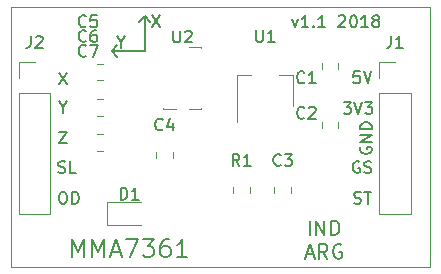
<source format=gbr>
G04 #@! TF.GenerationSoftware,KiCad,Pcbnew,(5.0.1)-3*
G04 #@! TF.CreationDate,2018-11-23T05:02:51-03:00*
G04 #@! TF.ProjectId,MMA7361,4D4D41373336312E6B696361645F7063,1.1*
G04 #@! TF.SameCoordinates,PX6f94740PY4c4b400*
G04 #@! TF.FileFunction,Legend,Top*
G04 #@! TF.FilePolarity,Positive*
%FSLAX46Y46*%
G04 Gerber Fmt 4.6, Leading zero omitted, Abs format (unit mm)*
G04 Created by KiCad (PCBNEW (5.0.1)-3) date 23/11/2018 05:02:51*
%MOMM*%
%LPD*%
G01*
G04 APERTURE LIST*
%ADD10C,0.150000*%
%ADD11C,0.200000*%
%ADD12C,0.100000*%
%ADD13C,0.120000*%
G04 APERTURE END LIST*
D10*
X28161904Y-8052380D02*
X28780952Y-8052380D01*
X28447619Y-8433333D01*
X28590476Y-8433333D01*
X28685714Y-8480952D01*
X28733333Y-8528571D01*
X28780952Y-8623809D01*
X28780952Y-8861904D01*
X28733333Y-8957142D01*
X28685714Y-9004761D01*
X28590476Y-9052380D01*
X28304761Y-9052380D01*
X28209523Y-9004761D01*
X28161904Y-8957142D01*
X29066666Y-8052380D02*
X29400000Y-9052380D01*
X29733333Y-8052380D01*
X29971428Y-8052380D02*
X30590476Y-8052380D01*
X30257142Y-8433333D01*
X30400000Y-8433333D01*
X30495238Y-8480952D01*
X30542857Y-8528571D01*
X30590476Y-8623809D01*
X30590476Y-8861904D01*
X30542857Y-8957142D01*
X30495238Y-9004761D01*
X30400000Y-9052380D01*
X30114285Y-9052380D01*
X30019047Y-9004761D01*
X29971428Y-8957142D01*
X29033333Y-16604761D02*
X29176190Y-16652380D01*
X29414285Y-16652380D01*
X29509523Y-16604761D01*
X29557142Y-16557142D01*
X29604761Y-16461904D01*
X29604761Y-16366666D01*
X29557142Y-16271428D01*
X29509523Y-16223809D01*
X29414285Y-16176190D01*
X29223809Y-16128571D01*
X29128571Y-16080952D01*
X29080952Y-16033333D01*
X29033333Y-15938095D01*
X29033333Y-15842857D01*
X29080952Y-15747619D01*
X29128571Y-15700000D01*
X29223809Y-15652380D01*
X29461904Y-15652380D01*
X29604761Y-15700000D01*
X29890476Y-15652380D02*
X30461904Y-15652380D01*
X30176190Y-16652380D02*
X30176190Y-15652380D01*
X29485714Y-13100000D02*
X29390476Y-13052380D01*
X29247619Y-13052380D01*
X29104761Y-13100000D01*
X29009523Y-13195238D01*
X28961904Y-13290476D01*
X28914285Y-13480952D01*
X28914285Y-13623809D01*
X28961904Y-13814285D01*
X29009523Y-13909523D01*
X29104761Y-14004761D01*
X29247619Y-14052380D01*
X29342857Y-14052380D01*
X29485714Y-14004761D01*
X29533333Y-13957142D01*
X29533333Y-13623809D01*
X29342857Y-13623809D01*
X29914285Y-14004761D02*
X30057142Y-14052380D01*
X30295238Y-14052380D01*
X30390476Y-14004761D01*
X30438095Y-13957142D01*
X30485714Y-13861904D01*
X30485714Y-13766666D01*
X30438095Y-13671428D01*
X30390476Y-13623809D01*
X30295238Y-13576190D01*
X30104761Y-13528571D01*
X30009523Y-13480952D01*
X29961904Y-13433333D01*
X29914285Y-13338095D01*
X29914285Y-13242857D01*
X29961904Y-13147619D01*
X30009523Y-13100000D01*
X30104761Y-13052380D01*
X30342857Y-13052380D01*
X30485714Y-13100000D01*
X29600000Y-11861904D02*
X29552380Y-11957142D01*
X29552380Y-12100000D01*
X29600000Y-12242857D01*
X29695238Y-12338095D01*
X29790476Y-12385714D01*
X29980952Y-12433333D01*
X30123809Y-12433333D01*
X30314285Y-12385714D01*
X30409523Y-12338095D01*
X30504761Y-12242857D01*
X30552380Y-12100000D01*
X30552380Y-12004761D01*
X30504761Y-11861904D01*
X30457142Y-11814285D01*
X30123809Y-11814285D01*
X30123809Y-12004761D01*
X30552380Y-11385714D02*
X29552380Y-11385714D01*
X30552380Y-10814285D01*
X29552380Y-10814285D01*
X30552380Y-10338095D02*
X29552380Y-10338095D01*
X29552380Y-10100000D01*
X29600000Y-9957142D01*
X29695238Y-9861904D01*
X29790476Y-9814285D01*
X29980952Y-9766666D01*
X30123809Y-9766666D01*
X30314285Y-9814285D01*
X30409523Y-9861904D01*
X30504761Y-9957142D01*
X30552380Y-10100000D01*
X30552380Y-10338095D01*
X29509523Y-5452380D02*
X29033333Y-5452380D01*
X28985714Y-5928571D01*
X29033333Y-5880952D01*
X29128571Y-5833333D01*
X29366666Y-5833333D01*
X29461904Y-5880952D01*
X29509523Y-5928571D01*
X29557142Y-6023809D01*
X29557142Y-6261904D01*
X29509523Y-6357142D01*
X29461904Y-6404761D01*
X29366666Y-6452380D01*
X29128571Y-6452380D01*
X29033333Y-6404761D01*
X28985714Y-6357142D01*
X29842857Y-5452380D02*
X30176190Y-6452380D01*
X30509523Y-5452380D01*
D11*
X11300000Y-750000D02*
X11800000Y-1250000D01*
X11300000Y-750000D02*
X10800000Y-1250000D01*
X8500000Y-3750000D02*
X9000000Y-4250000D01*
X9000000Y-3250000D02*
X8500000Y-3750000D01*
X11300000Y-3750000D02*
X8550000Y-3750000D01*
X11300000Y-750000D02*
X11300000Y-3750000D01*
X9300000Y-2976190D02*
X9300000Y-3452380D01*
X8966666Y-2452380D02*
X9300000Y-2976190D01*
X9633333Y-2452380D01*
X11916666Y-702380D02*
X12583333Y-1702380D01*
X12583333Y-702380D02*
X11916666Y-1702380D01*
D10*
X4304761Y-15652380D02*
X4495238Y-15652380D01*
X4590476Y-15700000D01*
X4685714Y-15795238D01*
X4733333Y-15985714D01*
X4733333Y-16319047D01*
X4685714Y-16509523D01*
X4590476Y-16604761D01*
X4495238Y-16652380D01*
X4304761Y-16652380D01*
X4209523Y-16604761D01*
X4114285Y-16509523D01*
X4066666Y-16319047D01*
X4066666Y-15985714D01*
X4114285Y-15795238D01*
X4209523Y-15700000D01*
X4304761Y-15652380D01*
X5161904Y-16652380D02*
X5161904Y-15652380D01*
X5400000Y-15652380D01*
X5542857Y-15700000D01*
X5638095Y-15795238D01*
X5685714Y-15890476D01*
X5733333Y-16080952D01*
X5733333Y-16223809D01*
X5685714Y-16414285D01*
X5638095Y-16509523D01*
X5542857Y-16604761D01*
X5400000Y-16652380D01*
X5161904Y-16652380D01*
X4009523Y-14004761D02*
X4152380Y-14052380D01*
X4390476Y-14052380D01*
X4485714Y-14004761D01*
X4533333Y-13957142D01*
X4580952Y-13861904D01*
X4580952Y-13766666D01*
X4533333Y-13671428D01*
X4485714Y-13623809D01*
X4390476Y-13576190D01*
X4200000Y-13528571D01*
X4104761Y-13480952D01*
X4057142Y-13433333D01*
X4009523Y-13338095D01*
X4009523Y-13242857D01*
X4057142Y-13147619D01*
X4104761Y-13100000D01*
X4200000Y-13052380D01*
X4438095Y-13052380D01*
X4580952Y-13100000D01*
X5485714Y-14052380D02*
X5009523Y-14052380D01*
X5009523Y-13052380D01*
X4066666Y-10552380D02*
X4733333Y-10552380D01*
X4066666Y-11552380D01*
X4733333Y-11552380D01*
X4400000Y-8476190D02*
X4400000Y-8952380D01*
X4066666Y-7952380D02*
X4400000Y-8476190D01*
X4733333Y-7952380D01*
X4733333Y-6547619D02*
X4066666Y-5547619D01*
X4066666Y-6547619D02*
X4733333Y-5547619D01*
D12*
X35500000Y0D02*
X0Y0D01*
X35500000Y-22000000D02*
X35500000Y0D01*
X0Y-22000000D02*
X35500000Y-22000000D01*
X0Y0D02*
X0Y-22000000D01*
D11*
X25271428Y-19292857D02*
X25271428Y-18092857D01*
X25842857Y-19292857D02*
X25842857Y-18092857D01*
X26528571Y-19292857D01*
X26528571Y-18092857D01*
X27100000Y-19292857D02*
X27100000Y-18092857D01*
X27385714Y-18092857D01*
X27557142Y-18150000D01*
X27671428Y-18264285D01*
X27728571Y-18378571D01*
X27785714Y-18607142D01*
X27785714Y-18778571D01*
X27728571Y-19007142D01*
X27671428Y-19121428D01*
X27557142Y-19235714D01*
X27385714Y-19292857D01*
X27100000Y-19292857D01*
X25014285Y-20950000D02*
X25585714Y-20950000D01*
X24900000Y-21292857D02*
X25300000Y-20092857D01*
X25700000Y-21292857D01*
X26785714Y-21292857D02*
X26385714Y-20721428D01*
X26100000Y-21292857D02*
X26100000Y-20092857D01*
X26557142Y-20092857D01*
X26671428Y-20150000D01*
X26728571Y-20207142D01*
X26785714Y-20321428D01*
X26785714Y-20492857D01*
X26728571Y-20607142D01*
X26671428Y-20664285D01*
X26557142Y-20721428D01*
X26100000Y-20721428D01*
X27928571Y-20150000D02*
X27814285Y-20092857D01*
X27642857Y-20092857D01*
X27471428Y-20150000D01*
X27357142Y-20264285D01*
X27300000Y-20378571D01*
X27242857Y-20607142D01*
X27242857Y-20778571D01*
X27300000Y-21007142D01*
X27357142Y-21121428D01*
X27471428Y-21235714D01*
X27642857Y-21292857D01*
X27757142Y-21292857D01*
X27928571Y-21235714D01*
X27985714Y-21178571D01*
X27985714Y-20778571D01*
X27757142Y-20778571D01*
X23785714Y-1035714D02*
X24023809Y-1702380D01*
X24261904Y-1035714D01*
X25166666Y-1702380D02*
X24595238Y-1702380D01*
X24880952Y-1702380D02*
X24880952Y-702380D01*
X24785714Y-845238D01*
X24690476Y-940476D01*
X24595238Y-988095D01*
X25595238Y-1607142D02*
X25642857Y-1654761D01*
X25595238Y-1702380D01*
X25547619Y-1654761D01*
X25595238Y-1607142D01*
X25595238Y-1702380D01*
X26595238Y-1702380D02*
X26023809Y-1702380D01*
X26309523Y-1702380D02*
X26309523Y-702380D01*
X26214285Y-845238D01*
X26119047Y-940476D01*
X26023809Y-988095D01*
X27738095Y-797619D02*
X27785714Y-750000D01*
X27880952Y-702380D01*
X28119047Y-702380D01*
X28214285Y-750000D01*
X28261904Y-797619D01*
X28309523Y-892857D01*
X28309523Y-988095D01*
X28261904Y-1130952D01*
X27690476Y-1702380D01*
X28309523Y-1702380D01*
X28928571Y-702380D02*
X29023809Y-702380D01*
X29119047Y-750000D01*
X29166666Y-797619D01*
X29214285Y-892857D01*
X29261904Y-1083333D01*
X29261904Y-1321428D01*
X29214285Y-1511904D01*
X29166666Y-1607142D01*
X29119047Y-1654761D01*
X29023809Y-1702380D01*
X28928571Y-1702380D01*
X28833333Y-1654761D01*
X28785714Y-1607142D01*
X28738095Y-1511904D01*
X28690476Y-1321428D01*
X28690476Y-1083333D01*
X28738095Y-892857D01*
X28785714Y-797619D01*
X28833333Y-750000D01*
X28928571Y-702380D01*
X30214285Y-1702380D02*
X29642857Y-1702380D01*
X29928571Y-1702380D02*
X29928571Y-702380D01*
X29833333Y-845238D01*
X29738095Y-940476D01*
X29642857Y-988095D01*
X30785714Y-1130952D02*
X30690476Y-1083333D01*
X30642857Y-1035714D01*
X30595238Y-940476D01*
X30595238Y-892857D01*
X30642857Y-797619D01*
X30690476Y-750000D01*
X30785714Y-702380D01*
X30976190Y-702380D01*
X31071428Y-750000D01*
X31119047Y-797619D01*
X31166666Y-892857D01*
X31166666Y-940476D01*
X31119047Y-1035714D01*
X31071428Y-1083333D01*
X30976190Y-1130952D01*
X30785714Y-1130952D01*
X30690476Y-1178571D01*
X30642857Y-1226190D01*
X30595238Y-1321428D01*
X30595238Y-1511904D01*
X30642857Y-1607142D01*
X30690476Y-1654761D01*
X30785714Y-1702380D01*
X30976190Y-1702380D01*
X31071428Y-1654761D01*
X31119047Y-1607142D01*
X31166666Y-1511904D01*
X31166666Y-1321428D01*
X31119047Y-1226190D01*
X31071428Y-1178571D01*
X30976190Y-1130952D01*
X5142857Y-21178571D02*
X5142857Y-19678571D01*
X5642857Y-20750000D01*
X6142857Y-19678571D01*
X6142857Y-21178571D01*
X6857142Y-21178571D02*
X6857142Y-19678571D01*
X7357142Y-20750000D01*
X7857142Y-19678571D01*
X7857142Y-21178571D01*
X8500000Y-20750000D02*
X9214285Y-20750000D01*
X8357142Y-21178571D02*
X8857142Y-19678571D01*
X9357142Y-21178571D01*
X9714285Y-19678571D02*
X10714285Y-19678571D01*
X10071428Y-21178571D01*
X11142857Y-19678571D02*
X12071428Y-19678571D01*
X11571428Y-20250000D01*
X11785714Y-20250000D01*
X11928571Y-20321428D01*
X12000000Y-20392857D01*
X12071428Y-20535714D01*
X12071428Y-20892857D01*
X12000000Y-21035714D01*
X11928571Y-21107142D01*
X11785714Y-21178571D01*
X11357142Y-21178571D01*
X11214285Y-21107142D01*
X11142857Y-21035714D01*
X13357142Y-19678571D02*
X13071428Y-19678571D01*
X12928571Y-19750000D01*
X12857142Y-19821428D01*
X12714285Y-20035714D01*
X12642857Y-20321428D01*
X12642857Y-20892857D01*
X12714285Y-21035714D01*
X12785714Y-21107142D01*
X12928571Y-21178571D01*
X13214285Y-21178571D01*
X13357142Y-21107142D01*
X13428571Y-21035714D01*
X13500000Y-20892857D01*
X13500000Y-20535714D01*
X13428571Y-20392857D01*
X13357142Y-20321428D01*
X13214285Y-20250000D01*
X12928571Y-20250000D01*
X12785714Y-20321428D01*
X12714285Y-20392857D01*
X12642857Y-20535714D01*
X14928571Y-21178571D02*
X14071428Y-21178571D01*
X14500000Y-21178571D02*
X14500000Y-19678571D01*
X14357142Y-19892857D01*
X14214285Y-20035714D01*
X14071428Y-20107142D01*
D13*
G04 #@! TO.C,C1*
X27710000Y-5261252D02*
X27710000Y-4738748D01*
X26290000Y-5261252D02*
X26290000Y-4738748D01*
G04 #@! TO.C,C2*
X27710000Y-9738748D02*
X27710000Y-10261252D01*
X26290000Y-9738748D02*
X26290000Y-10261252D01*
G04 #@! TO.C,C3*
X23710000Y-15238748D02*
X23710000Y-15761252D01*
X22290000Y-15238748D02*
X22290000Y-15761252D01*
G04 #@! TO.C,C4*
X13710000Y-12238748D02*
X13710000Y-12761252D01*
X12290000Y-12238748D02*
X12290000Y-12761252D01*
G04 #@! TO.C,C5*
X7238748Y-4790000D02*
X7761252Y-4790000D01*
X7238748Y-6210000D02*
X7761252Y-6210000D01*
G04 #@! TO.C,C6*
X7238748Y-9210000D02*
X7761252Y-9210000D01*
X7238748Y-7790000D02*
X7761252Y-7790000D01*
G04 #@! TO.C,C7*
X7238748Y-12210000D02*
X7761252Y-12210000D01*
X7238748Y-10790000D02*
X7761252Y-10790000D01*
G04 #@! TO.C,D1*
X11000000Y-16540000D02*
X8140000Y-16540000D01*
X8140000Y-16540000D02*
X8140000Y-18460000D01*
X8140000Y-18460000D02*
X11000000Y-18460000D01*
G04 #@! TO.C,J1*
X31170000Y-4670000D02*
X32500000Y-4670000D01*
X31170000Y-6000000D02*
X31170000Y-4670000D01*
X31170000Y-7270000D02*
X33830000Y-7270000D01*
X33830000Y-7270000D02*
X33830000Y-17490000D01*
X31170000Y-7270000D02*
X31170000Y-17490000D01*
X31170000Y-17490000D02*
X33830000Y-17490000D01*
G04 #@! TO.C,J2*
X670000Y-17490000D02*
X3330000Y-17490000D01*
X670000Y-7270000D02*
X670000Y-17490000D01*
X3330000Y-7270000D02*
X3330000Y-17490000D01*
X670000Y-7270000D02*
X3330000Y-7270000D01*
X670000Y-6000000D02*
X670000Y-4670000D01*
X670000Y-4670000D02*
X2000000Y-4670000D01*
G04 #@! TO.C,R1*
X18790000Y-15761252D02*
X18790000Y-15238748D01*
X20210000Y-15761252D02*
X20210000Y-15238748D01*
G04 #@! TO.C,U1*
X22700000Y-5720000D02*
X23900000Y-5720000D01*
X23900000Y-5720000D02*
X23900000Y-8420000D01*
X19100000Y-9720000D02*
X19100000Y-5720000D01*
X19100000Y-5720000D02*
X20300000Y-5720000D01*
G04 #@! TO.C,U2*
X15060000Y-3390000D02*
X16110000Y-3390000D01*
X16110000Y-3390000D02*
X16110000Y-3440000D01*
X15060000Y-8610000D02*
X16110000Y-8610000D01*
X16110000Y-8610000D02*
X16110000Y-8560000D01*
X13940000Y-8610000D02*
X12890000Y-8610000D01*
X12890000Y-8610000D02*
X12890000Y-8560000D01*
G04 #@! TD*
G04 #@! TO.C,C1*
D10*
X24833333Y-6357142D02*
X24785714Y-6404761D01*
X24642857Y-6452380D01*
X24547619Y-6452380D01*
X24404761Y-6404761D01*
X24309523Y-6309523D01*
X24261904Y-6214285D01*
X24214285Y-6023809D01*
X24214285Y-5880952D01*
X24261904Y-5690476D01*
X24309523Y-5595238D01*
X24404761Y-5500000D01*
X24547619Y-5452380D01*
X24642857Y-5452380D01*
X24785714Y-5500000D01*
X24833333Y-5547619D01*
X25785714Y-6452380D02*
X25214285Y-6452380D01*
X25500000Y-6452380D02*
X25500000Y-5452380D01*
X25404761Y-5595238D01*
X25309523Y-5690476D01*
X25214285Y-5738095D01*
G04 #@! TO.C,C2*
X24833333Y-9357142D02*
X24785714Y-9404761D01*
X24642857Y-9452380D01*
X24547619Y-9452380D01*
X24404761Y-9404761D01*
X24309523Y-9309523D01*
X24261904Y-9214285D01*
X24214285Y-9023809D01*
X24214285Y-8880952D01*
X24261904Y-8690476D01*
X24309523Y-8595238D01*
X24404761Y-8500000D01*
X24547619Y-8452380D01*
X24642857Y-8452380D01*
X24785714Y-8500000D01*
X24833333Y-8547619D01*
X25214285Y-8547619D02*
X25261904Y-8500000D01*
X25357142Y-8452380D01*
X25595238Y-8452380D01*
X25690476Y-8500000D01*
X25738095Y-8547619D01*
X25785714Y-8642857D01*
X25785714Y-8738095D01*
X25738095Y-8880952D01*
X25166666Y-9452380D01*
X25785714Y-9452380D01*
G04 #@! TO.C,C3*
X22833333Y-13357142D02*
X22785714Y-13404761D01*
X22642857Y-13452380D01*
X22547619Y-13452380D01*
X22404761Y-13404761D01*
X22309523Y-13309523D01*
X22261904Y-13214285D01*
X22214285Y-13023809D01*
X22214285Y-12880952D01*
X22261904Y-12690476D01*
X22309523Y-12595238D01*
X22404761Y-12500000D01*
X22547619Y-12452380D01*
X22642857Y-12452380D01*
X22785714Y-12500000D01*
X22833333Y-12547619D01*
X23166666Y-12452380D02*
X23785714Y-12452380D01*
X23452380Y-12833333D01*
X23595238Y-12833333D01*
X23690476Y-12880952D01*
X23738095Y-12928571D01*
X23785714Y-13023809D01*
X23785714Y-13261904D01*
X23738095Y-13357142D01*
X23690476Y-13404761D01*
X23595238Y-13452380D01*
X23309523Y-13452380D01*
X23214285Y-13404761D01*
X23166666Y-13357142D01*
G04 #@! TO.C,C4*
X12833333Y-10357142D02*
X12785714Y-10404761D01*
X12642857Y-10452380D01*
X12547619Y-10452380D01*
X12404761Y-10404761D01*
X12309523Y-10309523D01*
X12261904Y-10214285D01*
X12214285Y-10023809D01*
X12214285Y-9880952D01*
X12261904Y-9690476D01*
X12309523Y-9595238D01*
X12404761Y-9500000D01*
X12547619Y-9452380D01*
X12642857Y-9452380D01*
X12785714Y-9500000D01*
X12833333Y-9547619D01*
X13690476Y-9785714D02*
X13690476Y-10452380D01*
X13452380Y-9404761D02*
X13214285Y-10119047D01*
X13833333Y-10119047D01*
G04 #@! TO.C,C5*
X6333333Y-1607142D02*
X6285714Y-1654761D01*
X6142857Y-1702380D01*
X6047619Y-1702380D01*
X5904761Y-1654761D01*
X5809523Y-1559523D01*
X5761904Y-1464285D01*
X5714285Y-1273809D01*
X5714285Y-1130952D01*
X5761904Y-940476D01*
X5809523Y-845238D01*
X5904761Y-750000D01*
X6047619Y-702380D01*
X6142857Y-702380D01*
X6285714Y-750000D01*
X6333333Y-797619D01*
X7238095Y-702380D02*
X6761904Y-702380D01*
X6714285Y-1178571D01*
X6761904Y-1130952D01*
X6857142Y-1083333D01*
X7095238Y-1083333D01*
X7190476Y-1130952D01*
X7238095Y-1178571D01*
X7285714Y-1273809D01*
X7285714Y-1511904D01*
X7238095Y-1607142D01*
X7190476Y-1654761D01*
X7095238Y-1702380D01*
X6857142Y-1702380D01*
X6761904Y-1654761D01*
X6714285Y-1607142D01*
G04 #@! TO.C,C6*
X6333333Y-2857142D02*
X6285714Y-2904761D01*
X6142857Y-2952380D01*
X6047619Y-2952380D01*
X5904761Y-2904761D01*
X5809523Y-2809523D01*
X5761904Y-2714285D01*
X5714285Y-2523809D01*
X5714285Y-2380952D01*
X5761904Y-2190476D01*
X5809523Y-2095238D01*
X5904761Y-2000000D01*
X6047619Y-1952380D01*
X6142857Y-1952380D01*
X6285714Y-2000000D01*
X6333333Y-2047619D01*
X7190476Y-1952380D02*
X7000000Y-1952380D01*
X6904761Y-2000000D01*
X6857142Y-2047619D01*
X6761904Y-2190476D01*
X6714285Y-2380952D01*
X6714285Y-2761904D01*
X6761904Y-2857142D01*
X6809523Y-2904761D01*
X6904761Y-2952380D01*
X7095238Y-2952380D01*
X7190476Y-2904761D01*
X7238095Y-2857142D01*
X7285714Y-2761904D01*
X7285714Y-2523809D01*
X7238095Y-2428571D01*
X7190476Y-2380952D01*
X7095238Y-2333333D01*
X6904761Y-2333333D01*
X6809523Y-2380952D01*
X6761904Y-2428571D01*
X6714285Y-2523809D01*
G04 #@! TO.C,C7*
X6333333Y-4107142D02*
X6285714Y-4154761D01*
X6142857Y-4202380D01*
X6047619Y-4202380D01*
X5904761Y-4154761D01*
X5809523Y-4059523D01*
X5761904Y-3964285D01*
X5714285Y-3773809D01*
X5714285Y-3630952D01*
X5761904Y-3440476D01*
X5809523Y-3345238D01*
X5904761Y-3250000D01*
X6047619Y-3202380D01*
X6142857Y-3202380D01*
X6285714Y-3250000D01*
X6333333Y-3297619D01*
X6666666Y-3202380D02*
X7333333Y-3202380D01*
X6904761Y-4202380D01*
G04 #@! TO.C,D1*
X9261904Y-16302380D02*
X9261904Y-15302380D01*
X9500000Y-15302380D01*
X9642857Y-15350000D01*
X9738095Y-15445238D01*
X9785714Y-15540476D01*
X9833333Y-15730952D01*
X9833333Y-15873809D01*
X9785714Y-16064285D01*
X9738095Y-16159523D01*
X9642857Y-16254761D01*
X9500000Y-16302380D01*
X9261904Y-16302380D01*
X10785714Y-16302380D02*
X10214285Y-16302380D01*
X10500000Y-16302380D02*
X10500000Y-15302380D01*
X10404761Y-15445238D01*
X10309523Y-15540476D01*
X10214285Y-15588095D01*
G04 #@! TO.C,J1*
X32166666Y-2452380D02*
X32166666Y-3166666D01*
X32119047Y-3309523D01*
X32023809Y-3404761D01*
X31880952Y-3452380D01*
X31785714Y-3452380D01*
X33166666Y-3452380D02*
X32595238Y-3452380D01*
X32880952Y-3452380D02*
X32880952Y-2452380D01*
X32785714Y-2595238D01*
X32690476Y-2690476D01*
X32595238Y-2738095D01*
G04 #@! TO.C,J2*
X1666666Y-2452380D02*
X1666666Y-3166666D01*
X1619047Y-3309523D01*
X1523809Y-3404761D01*
X1380952Y-3452380D01*
X1285714Y-3452380D01*
X2095238Y-2547619D02*
X2142857Y-2500000D01*
X2238095Y-2452380D01*
X2476190Y-2452380D01*
X2571428Y-2500000D01*
X2619047Y-2547619D01*
X2666666Y-2642857D01*
X2666666Y-2738095D01*
X2619047Y-2880952D01*
X2047619Y-3452380D01*
X2666666Y-3452380D01*
G04 #@! TO.C,R1*
X19333333Y-13452380D02*
X19000000Y-12976190D01*
X18761904Y-13452380D02*
X18761904Y-12452380D01*
X19142857Y-12452380D01*
X19238095Y-12500000D01*
X19285714Y-12547619D01*
X19333333Y-12642857D01*
X19333333Y-12785714D01*
X19285714Y-12880952D01*
X19238095Y-12928571D01*
X19142857Y-12976190D01*
X18761904Y-12976190D01*
X20285714Y-13452380D02*
X19714285Y-13452380D01*
X20000000Y-13452380D02*
X20000000Y-12452380D01*
X19904761Y-12595238D01*
X19809523Y-12690476D01*
X19714285Y-12738095D01*
G04 #@! TO.C,U1*
X20738095Y-1952380D02*
X20738095Y-2761904D01*
X20785714Y-2857142D01*
X20833333Y-2904761D01*
X20928571Y-2952380D01*
X21119047Y-2952380D01*
X21214285Y-2904761D01*
X21261904Y-2857142D01*
X21309523Y-2761904D01*
X21309523Y-1952380D01*
X22309523Y-2952380D02*
X21738095Y-2952380D01*
X22023809Y-2952380D02*
X22023809Y-1952380D01*
X21928571Y-2095238D01*
X21833333Y-2190476D01*
X21738095Y-2238095D01*
G04 #@! TO.C,U2*
X13738095Y-2002380D02*
X13738095Y-2811904D01*
X13785714Y-2907142D01*
X13833333Y-2954761D01*
X13928571Y-3002380D01*
X14119047Y-3002380D01*
X14214285Y-2954761D01*
X14261904Y-2907142D01*
X14309523Y-2811904D01*
X14309523Y-2002380D01*
X14738095Y-2097619D02*
X14785714Y-2050000D01*
X14880952Y-2002380D01*
X15119047Y-2002380D01*
X15214285Y-2050000D01*
X15261904Y-2097619D01*
X15309523Y-2192857D01*
X15309523Y-2288095D01*
X15261904Y-2430952D01*
X14690476Y-3002380D01*
X15309523Y-3002380D01*
G04 #@! TD*
M02*

</source>
